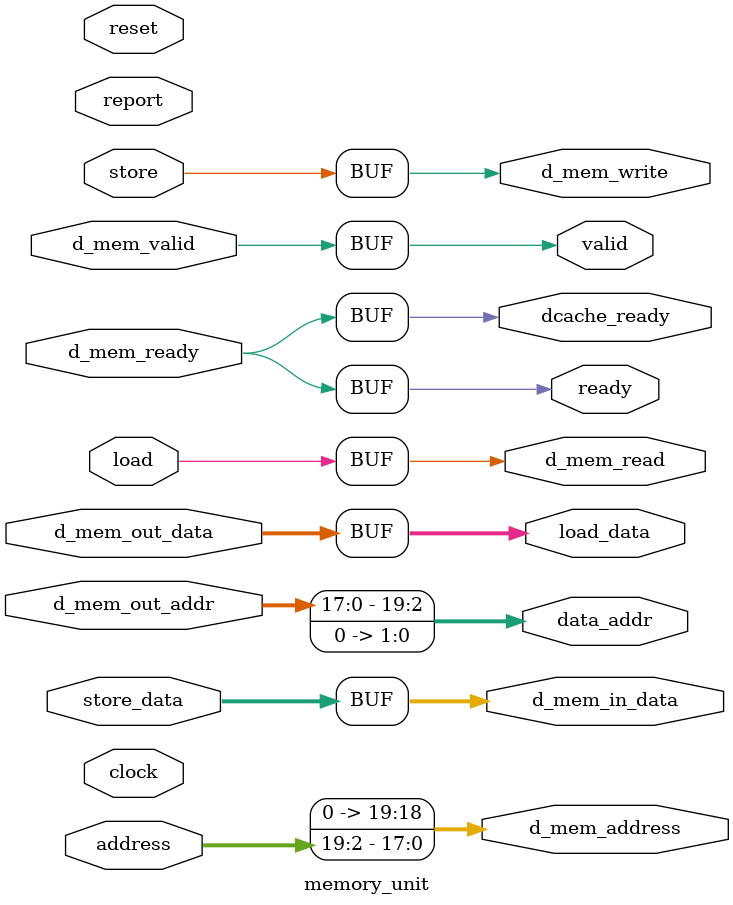
<source format=v>
/** @module : memory
 *  @author : Adaptive & Secure Computing Systems (ASCS) Laboratory

 *  Copyright (c) 2018 BRISC-V (ASCS/ECE/BU)
 *  Permission is hereby granted, free of charge, to any person obtaining a copy
 *  of this software and associated documentation files (the "Software"), to deal
 *  in the Software without restriction, including without limitation the rights
 *  to use, copy, modify, merge, publish, distribute, sublicense, and/or sell
 *  copies of the Software, and to permit persons to whom the Software is
 *  furnished to do so, subject to the following conditions:
 *  The above copyright notice and this permission notice shall be included in
 *  all copies or substantial portions of the Software.

 *  THE SOFTWARE IS PROVIDED "AS IS", WITHOUT WARRANTY OF ANY KIND, EXPRESS OR
 *  IMPLIED, INCLUDING BUT NOT LIMITED TO THE WARRANTIES OF MERCHANTABILITY,
 *  FITNESS FOR A PARTICULAR PURPOSE AND NONINFRINGEMENT. IN NO EVENT SHALL THE
 *  AUTHORS OR COPYRIGHT HOLDERS BE LIABLE FOR ANY CLAIM, DAMAGES OR OTHER
 *  LIABILITY, WHETHER IN AN ACTION OF CONTRACT, TORT OR OTHERWISE, ARISING FROM,
 *  OUT OF OR IN CONNECTION WITH THE SOFTWARE OR THE USE OR OTHER DEALINGS IN
 *  THE SOFTWARE.
 */

module memory_unit #(
  parameter CORE = 0,
  parameter DATA_WIDTH = 32,
  parameter INDEX_BITS = 6,
  parameter OFFSET_BITS = 3,
  parameter ADDRESS_BITS = 20,
  parameter PRINT_CYCLES_MIN = 1,
  parameter PRINT_CYCLES_MAX = 1000
) (
  input clock,
  input reset,

  // Connections from previous (Execute) pipeline stage
  input load,
  input store,
  input [ADDRESS_BITS-1:0] address,
  input [DATA_WIDTH-1:0] store_data,

  // Connections to next (Writeback) pipeline stage
  output [ADDRESS_BITS-1:0] data_addr,
  output [DATA_WIDTH-1:0] load_data,
  output valid,
  output ready,
  output dcache_ready,

  // Data Memory Interface
  input [ADDRESS_BITS-1:0] d_mem_out_addr,
  input [DATA_WIDTH-1:0]   d_mem_out_data,
  input d_mem_valid,
  input d_mem_ready,

  output [ADDRESS_BITS-1:0] d_mem_address,
  output [DATA_WIDTH-1:0]   d_mem_in_data,
  output d_mem_read,
  output d_mem_write,

  input report
);

// Connect Pipeline Inputs/Ouputs to Data Memory Interface
assign load_data     = d_mem_out_data;
assign data_addr     = d_mem_out_addr << 2;
assign valid         = d_mem_valid;
assign ready         = d_mem_ready;
assign d_mem_address = address >> 2;
assign d_mem_in_data = store_data;
assign d_mem_read    = load;
assign d_mem_write   = store;
assign dcache_ready  = d_mem_ready;

reg [31: 0] cycles;
always @ (posedge clock) begin
  cycles <= reset? 0 : cycles + 1;
  //if (report & ((cycles >=  PRINT_CYCLES_MIN) & (cycles < PRINT_CYCLES_MAX +1)))begin
  if (report)begin
    $display ("------ Core %d Memory Unit - Current Cycle %d -------", CORE, cycles);
    $display ("| Address     [%h]", address);
    $display ("| Load        [%b]", load);
    $display ("| Data Address[%h]", data_addr);
    $display ("| Load Data   [%h]", load_data);
    $display ("| Store       [%b]", store);
    $display ("| Store Data  [%h]", store_data);
    $display ("| Ready       [%b]", ready);
    $display ("| Valid       [%b]", valid);
    $display ("----------------------------------------------------------------------");
  end
end

endmodule

</source>
